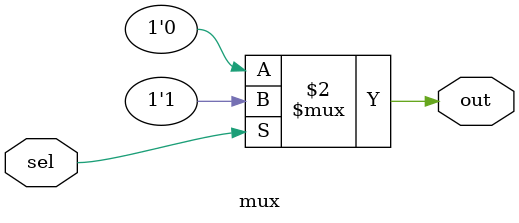
<source format=v>
module mux(
  input sel, 
  output out);
  // 2:1 MUX 모듈 정의

  assign out = (sel == 1'b0) ? 1'b0 : 1'b1;
endmodule

</source>
